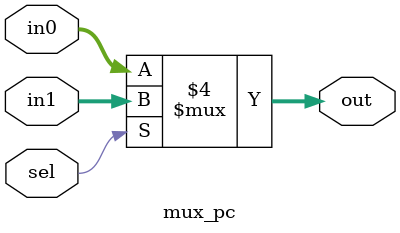
<source format=v>

 `timescale  1ns/100ps

module mux_pc(in0,in1,sel,out);

	//port declaration
	
	//inputs
	input sel;
	input [31:0]in0;
	input [31:0]in1;
	
	//output
	output [31:0]out;
	reg out;
	
	//sel = output of AND gate
	//if sel=0 ----> out PC value
	//if sel=1 ----> out PC+offset
	always @ (in0,in1,sel)
	begin
		
		//PC + offset
		if (sel == 1'b1)
		begin
			out = in1;
		end
		
		//PC
		else
		begin
			out = in0;
		end
	end

endmodule
</source>
